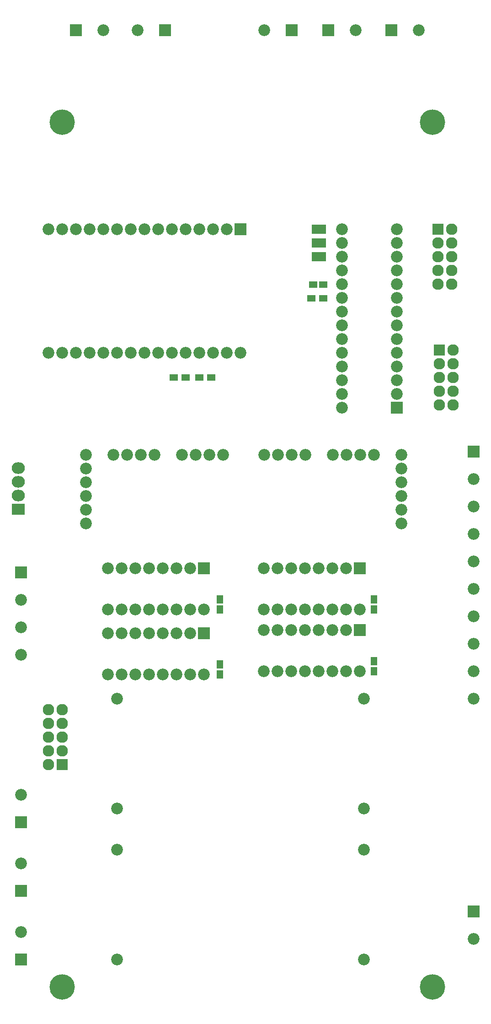
<source format=gts>
G04 #@! TF.FileFunction,Soldermask,Top*
%FSLAX46Y46*%
G04 Gerber Fmt 4.6, Leading zero omitted, Abs format (unit mm)*
G04 Created by KiCad (PCBNEW 4.0.3-stable) date Thursday, August 18, 2016 'PMt' 02:05:46 PM*
%MOMM*%
%LPD*%
G01*
G04 APERTURE LIST*
%ADD10C,0.100000*%
%ADD11R,2.178000X2.178000*%
%ADD12C,2.178000*%
%ADD13C,4.700000*%
%ADD14R,1.035000X1.670000*%
%ADD15R,1.600000X1.300000*%
%ADD16R,2.432000X2.127200*%
%ADD17O,2.432000X2.127200*%
%ADD18R,1.150000X1.600000*%
%ADD19R,1.600000X1.150000*%
%ADD20R,2.127200X2.127200*%
%ADD21O,2.127200X2.127200*%
G04 APERTURE END LIST*
D10*
D11*
X103632000Y-165608000D03*
D12*
X101092000Y-165608000D03*
X98552000Y-165608000D03*
X96012000Y-165608000D03*
X93472000Y-165608000D03*
X90932000Y-165608000D03*
X88392000Y-165608000D03*
X85852000Y-165608000D03*
X85852000Y-173228000D03*
X88392000Y-173228000D03*
X90932000Y-173228000D03*
X93472000Y-173228000D03*
X96012000Y-173228000D03*
X98552000Y-173228000D03*
X101092000Y-173228000D03*
X103632000Y-173228000D03*
D13*
X48514000Y-243078000D03*
X48514000Y-83058000D03*
X117094000Y-243078000D03*
X117094000Y-83058000D03*
D11*
X81534000Y-102870000D03*
D12*
X78994000Y-102870000D03*
X76454000Y-102870000D03*
X73914000Y-102870000D03*
X71374000Y-102870000D03*
X68834000Y-102870000D03*
X66294000Y-102870000D03*
X63754000Y-102870000D03*
X61214000Y-102870000D03*
X58674000Y-102870000D03*
X56134000Y-102870000D03*
X53594000Y-102870000D03*
X51054000Y-102870000D03*
X48514000Y-102870000D03*
X45974000Y-102870000D03*
X45974000Y-125730000D03*
X48514000Y-125730000D03*
X51054000Y-125730000D03*
X53594000Y-125730000D03*
X56134000Y-125730000D03*
X58674000Y-125730000D03*
X61214000Y-125730000D03*
X63754000Y-125730000D03*
X66294000Y-125730000D03*
X68834000Y-125730000D03*
X71374000Y-125730000D03*
X73914000Y-125730000D03*
X76454000Y-125730000D03*
X78994000Y-125730000D03*
X81534000Y-125730000D03*
D14*
X95250000Y-107950000D03*
X96062800Y-107950000D03*
X96875600Y-107950000D03*
X95250000Y-105410000D03*
X96062800Y-105410000D03*
X96875600Y-105410000D03*
X95250000Y-102870000D03*
X96062800Y-102870000D03*
X96875600Y-102870000D03*
D11*
X40894000Y-237998000D03*
D12*
X40894000Y-232918000D03*
D11*
X97790000Y-66040000D03*
D12*
X102870000Y-66040000D03*
D11*
X91059000Y-66040000D03*
D12*
X85979000Y-66040000D03*
D11*
X67564000Y-66040000D03*
D12*
X62484000Y-66040000D03*
D11*
X40894000Y-212598000D03*
D12*
X40894000Y-207518000D03*
D11*
X40894000Y-225298000D03*
D12*
X40894000Y-220218000D03*
D11*
X51054000Y-66040000D03*
D12*
X56134000Y-66040000D03*
D11*
X109474000Y-66040000D03*
D12*
X114554000Y-66040000D03*
D15*
X73914000Y-130302000D03*
X76114000Y-130302000D03*
X71374000Y-130302000D03*
X69174000Y-130302000D03*
X96901000Y-115697000D03*
X94701000Y-115697000D03*
D12*
X58674000Y-189738000D03*
X58674000Y-210058000D03*
X104394000Y-210058000D03*
X104394000Y-189738000D03*
X58674000Y-217678000D03*
X58674000Y-237998000D03*
X104394000Y-237998000D03*
X104394000Y-217678000D03*
D16*
X40386000Y-154686000D03*
D17*
X40386000Y-152146000D03*
X40386000Y-149606000D03*
X40386000Y-147066000D03*
D18*
X106299000Y-184658000D03*
X106299000Y-182758000D03*
X106299000Y-173228000D03*
X106299000Y-171328000D03*
X77724000Y-173228000D03*
X77724000Y-171328000D03*
X77724000Y-185293000D03*
X77724000Y-183393000D03*
D19*
X95001000Y-113157000D03*
X96901000Y-113157000D03*
D11*
X40894000Y-166370000D03*
D12*
X40894000Y-171450000D03*
X40894000Y-176530000D03*
X40894000Y-181610000D03*
D20*
X118364000Y-125222000D03*
D21*
X120904000Y-125222000D03*
X118364000Y-127762000D03*
X120904000Y-127762000D03*
X118364000Y-130302000D03*
X120904000Y-130302000D03*
X118364000Y-132842000D03*
X120904000Y-132842000D03*
X118364000Y-135382000D03*
X120904000Y-135382000D03*
D20*
X118110000Y-102870000D03*
D21*
X120650000Y-102870000D03*
X118110000Y-105410000D03*
X120650000Y-105410000D03*
X118110000Y-107950000D03*
X120650000Y-107950000D03*
X118110000Y-110490000D03*
X120650000Y-110490000D03*
X118110000Y-113030000D03*
X120650000Y-113030000D03*
D11*
X103632000Y-177038000D03*
D12*
X101092000Y-177038000D03*
X98552000Y-177038000D03*
X96012000Y-177038000D03*
X93472000Y-177038000D03*
X90932000Y-177038000D03*
X88392000Y-177038000D03*
X85852000Y-177038000D03*
X85852000Y-184658000D03*
X88392000Y-184658000D03*
X90932000Y-184658000D03*
X93472000Y-184658000D03*
X96012000Y-184658000D03*
X98552000Y-184658000D03*
X101092000Y-184658000D03*
X103632000Y-184658000D03*
D11*
X74803000Y-165608000D03*
D12*
X72263000Y-165608000D03*
X69723000Y-165608000D03*
X67183000Y-165608000D03*
X64643000Y-165608000D03*
X62103000Y-165608000D03*
X59563000Y-165608000D03*
X57023000Y-165608000D03*
X57023000Y-173228000D03*
X59563000Y-173228000D03*
X62103000Y-173228000D03*
X64643000Y-173228000D03*
X67183000Y-173228000D03*
X69723000Y-173228000D03*
X72263000Y-173228000D03*
X74803000Y-173228000D03*
D11*
X74803000Y-177673000D03*
D12*
X72263000Y-177673000D03*
X69723000Y-177673000D03*
X67183000Y-177673000D03*
X64643000Y-177673000D03*
X62103000Y-177673000D03*
X59563000Y-177673000D03*
X57023000Y-177673000D03*
X57023000Y-185293000D03*
X59563000Y-185293000D03*
X62103000Y-185293000D03*
X64643000Y-185293000D03*
X67183000Y-185293000D03*
X69723000Y-185293000D03*
X72263000Y-185293000D03*
X74803000Y-185293000D03*
D11*
X110490000Y-135890000D03*
D12*
X110490000Y-133350000D03*
X110490000Y-130810000D03*
X110490000Y-128270000D03*
X110490000Y-125730000D03*
X110490000Y-123190000D03*
X110490000Y-120650000D03*
X110490000Y-118110000D03*
X110490000Y-115570000D03*
X110490000Y-113030000D03*
X110490000Y-110490000D03*
X110490000Y-107950000D03*
X110490000Y-105410000D03*
X110490000Y-102870000D03*
X100330000Y-102870000D03*
X100330000Y-105410000D03*
X100330000Y-107950000D03*
X100330000Y-110490000D03*
X100330000Y-113030000D03*
X100330000Y-115570000D03*
X100330000Y-118110000D03*
X100330000Y-120650000D03*
X100330000Y-123190000D03*
X100330000Y-125730000D03*
X100330000Y-128270000D03*
X100330000Y-130810000D03*
X100330000Y-133350000D03*
X100330000Y-135890000D03*
D11*
X124714000Y-229108000D03*
D12*
X124714000Y-234188000D03*
D11*
X124714000Y-144018000D03*
D12*
X124714000Y-149098000D03*
X124714000Y-154178000D03*
X124714000Y-159258000D03*
X124714000Y-164338000D03*
X124714000Y-169418000D03*
X124714000Y-174498000D03*
X124714000Y-179578000D03*
X124714000Y-184658000D03*
X124714000Y-189738000D03*
X111379000Y-157353000D03*
X111379000Y-154813000D03*
X111379000Y-152273000D03*
X111379000Y-149733000D03*
X111379000Y-147193000D03*
X111379000Y-144653000D03*
X106299000Y-144653000D03*
X103759000Y-144653000D03*
X101219000Y-144653000D03*
X98679000Y-144653000D03*
X93599000Y-144653000D03*
X91059000Y-144653000D03*
X88519000Y-144653000D03*
X85979000Y-144653000D03*
X78359000Y-144653000D03*
X75819000Y-144653000D03*
X73279000Y-144653000D03*
X70739000Y-144653000D03*
X65659000Y-144653000D03*
X63119000Y-144653000D03*
X60579000Y-144653000D03*
X58039000Y-144653000D03*
X52959000Y-144653000D03*
X52959000Y-147193000D03*
X52959000Y-149733000D03*
X52959000Y-152273000D03*
X52959000Y-154813000D03*
X52959000Y-157353000D03*
D20*
X48514000Y-201930000D03*
D21*
X45974000Y-201930000D03*
X48514000Y-199390000D03*
X45974000Y-199390000D03*
X48514000Y-196850000D03*
X45974000Y-196850000D03*
X48514000Y-194310000D03*
X45974000Y-194310000D03*
X48514000Y-191770000D03*
X45974000Y-191770000D03*
M02*

</source>
